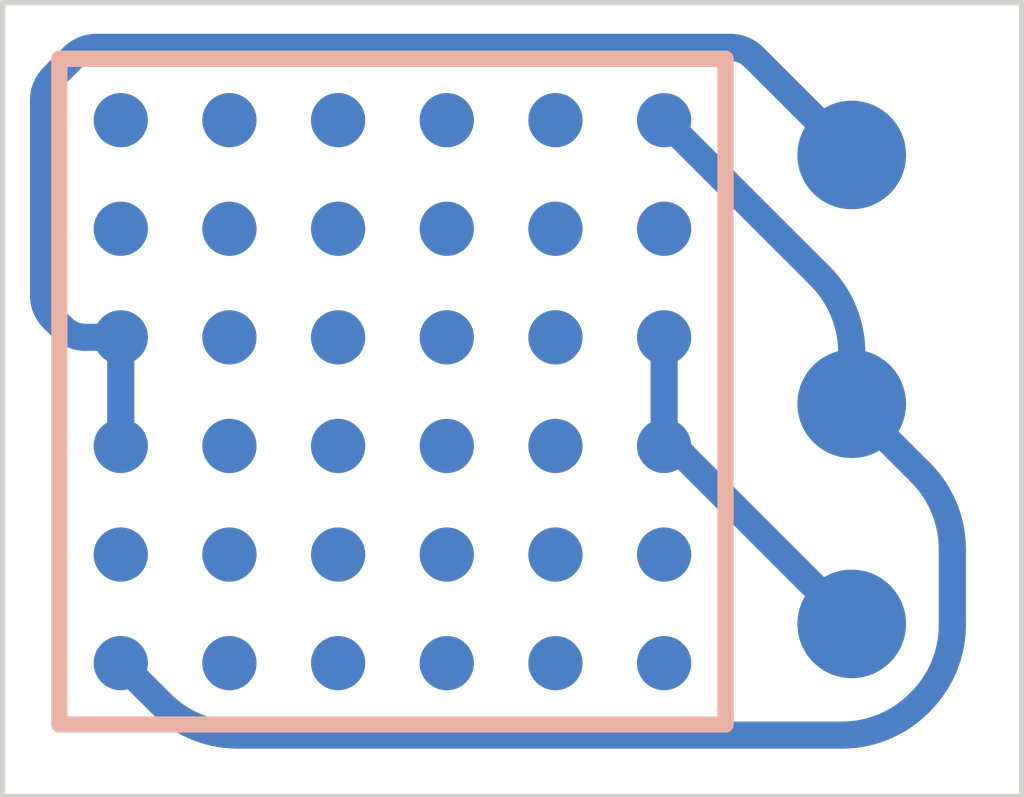
<source format=kicad_pcb>
(kicad_pcb (version 20211014) (generator pcbnew)
  (layers (0 "F.Cu" signal) (31 "B.Cu" signal) (34 "B.Paste" user) (35 "F.Paste" user) (36 "B.SilkS" user "B.Silkscreen") (37 "F.SilkS" user "F.Silkscreen") (38 "B.Mask" user) (39 "F.Mask" user) (44 "Edge.Cuts" user))
  (net 0 "")
  (net 1 "/Catode")
  (net 2 "/Fast")
  (net 3 "/Anode")
  (footprint "lib:FJ60035" (layer "B.Cu") (at 28.74772 46.8376)
    (fp_text reference "D1" hide)
    (fp_text value "FJ60035" hide)
    (fp_line (start -3.065 -3.065) (end -3.065 3.065) (layer "B.SilkS") (width 0.15))
    (fp_line (start -3.065 3.065) (end 3.065 3.065) (layer "B.SilkS") (width 0.15))
    (fp_line (start 3.065 -3.065) (end -3.065 -3.065) (layer "B.SilkS") (width 0.15))
    (fp_line (start 3.065 3.065) (end 3.065 -3.065) (layer "B.SilkS") (width 0.15))
    (pad "A1" smd circle (at -2.5 2.5) (size 0.5 0.5) (layers "B.Cu" "B.Paste" "B.Mask") (net 1 "/Catode"))
    (pad "A2" smd circle (at -1.5 2.5) (size 0.5 0.5) (layers "B.Cu" "B.Paste" "B.Mask"))
    (pad "A3" smd circle (at -0.5 2.5) (size 0.5 0.5) (layers "B.Cu" "B.Paste" "B.Mask"))
    (pad "A4" smd circle (at 0.5 2.5) (size 0.5 0.5) (layers "B.Cu" "B.Paste" "B.Mask"))
    (pad "A5" smd circle (at 1.5 2.5) (size 0.5 0.5) (layers "B.Cu" "B.Paste" "B.Mask"))
    (pad "A6" smd circle (at 2.5 2.5) (size 0.5 0.5) (layers "B.Cu" "B.Paste" "B.Mask"))
    (pad "B1" smd circle (at -2.5 1.5) (size 0.5 0.5) (layers "B.Cu" "B.Paste" "B.Mask"))
    (pad "B2" smd circle (at -1.5 1.5) (size 0.5 0.5) (layers "B.Cu" "B.Paste" "B.Mask"))
    (pad "B3" smd circle (at -0.5 1.5) (size 0.5 0.5) (layers "B.Cu" "B.Paste" "B.Mask"))
    (pad "B4" smd circle (at 0.5 1.5) (size 0.5 0.5) (layers "B.Cu" "B.Paste" "B.Mask"))
    (pad "B5" smd circle (at 1.5 1.5) (size 0.5 0.5) (layers "B.Cu" "B.Paste" "B.Mask"))
    (pad "B6" smd circle (at 2.5 1.5) (size 0.5 0.5) (layers "B.Cu" "B.Paste" "B.Mask"))
    (pad "C1" smd circle (at -2.5 0.5) (size 0.5 0.5) (layers "B.Cu" "B.Paste" "B.Mask") (net 3 "/Anode"))
    (pad "C2" smd circle (at -1.5 0.5) (size 0.5 0.5) (layers "B.Cu" "B.Paste" "B.Mask"))
    (pad "C3" smd circle (at -0.5 0.5) (size 0.5 0.5) (layers "B.Cu" "B.Paste" "B.Mask"))
    (pad "C4" smd circle (at 0.5 0.5) (size 0.5 0.5) (layers "B.Cu" "B.Paste" "B.Mask"))
    (pad "C5" smd circle (at 1.5 0.5) (size 0.5 0.5) (layers "B.Cu" "B.Paste" "B.Mask"))
    (pad "C6" smd circle (at 2.5 0.5) (size 0.5 0.5) (layers "B.Cu" "B.Paste" "B.Mask") (net 2 "/Fast"))
    (pad "D1" smd circle (at -2.5 -0.5) (size 0.5 0.5) (layers "B.Cu" "B.Paste" "B.Mask") (net 3 "/Anode"))
    (pad "D2" smd circle (at -1.5 -0.5) (size 0.5 0.5) (layers "B.Cu" "B.Paste" "B.Mask"))
    (pad "D3" smd circle (at -0.5 -0.5) (size 0.5 0.5) (layers "B.Cu" "B.Paste" "B.Mask"))
    (pad "D4" smd circle (at 0.5 -0.5) (size 0.5 0.5) (layers "B.Cu" "B.Paste" "B.Mask"))
    (pad "D5" smd circle (at 1.5 -0.5) (size 0.5 0.5) (layers "B.Cu" "B.Paste" "B.Mask"))
    (pad "D6" smd circle (at 2.5 -0.5) (size 0.5 0.5) (layers "B.Cu" "B.Paste" "B.Mask") (net 2 "/Fast"))
    (pad "E1" smd circle (at -2.5 -1.5) (size 0.5 0.5) (layers "B.Cu" "B.Paste" "B.Mask"))
    (pad "E2" smd circle (at -1.5 -1.5) (size 0.5 0.5) (layers "B.Cu" "B.Paste" "B.Mask"))
    (pad "E3" smd circle (at -0.5 -1.5) (size 0.5 0.5) (layers "B.Cu" "B.Paste" "B.Mask"))
    (pad "E4" smd circle (at 0.5 -1.5) (size 0.5 0.5) (layers "B.Cu" "B.Paste" "B.Mask"))
    (pad "E5" smd circle (at 1.5 -1.5) (size 0.5 0.5) (layers "B.Cu" "B.Paste" "B.Mask"))
    (pad "E6" smd circle (at 2.5 -1.5) (size 0.5 0.5) (layers "B.Cu" "B.Paste" "B.Mask"))
    (pad "F1" smd circle (at -2.5 -2.5) (size 0.5 0.5) (layers "B.Cu" "B.Paste" "B.Mask"))
    (pad "F2" smd circle (at -1.5 -2.5) (size 0.5 0.5) (layers "B.Cu" "B.Paste" "B.Mask"))
    (pad "F3" smd circle (at -0.5 -2.5) (size 0.5 0.5) (layers "B.Cu" "B.Paste" "B.Mask"))
    (pad "F4" smd circle (at 0.5 -2.5) (size 0.5 0.5) (layers "B.Cu" "B.Paste" "B.Mask"))
    (pad "F5" smd circle (at 1.5 -2.5) (size 0.5 0.5) (layers "B.Cu" "B.Paste" "B.Mask"))
    (pad "F6" smd circle (at 2.5 -2.5) (size 0.5 0.5) (layers "B.Cu" "B.Paste" "B.Mask") (net 1 "/Catode"))
  )
  (footprint "lib:conn_mini" (layer "B.Cu") (at 32.97428 46.94936)
    (fp_text reference "J1" hide)
    (fp_text value "Conn" hide)
    (pad "1" smd circle (at 0 0) (size 1 1) (layers "B.Cu" "B.Paste" "B.Mask") (net 1 "/Catode"))
  )
  (footprint "lib:conn_mini" (layer "B.Cu") (at 32.97428 44.65828)
    (fp_text reference "J2" hide)
    (fp_text value "Conn" hide)
    (pad "1" smd circle (at 0 0) (size 1 1) (layers "B.Cu" "B.Paste" "B.Mask") (net 3 "/Anode"))
  )
  (footprint "lib:conn_mini" (layer "B.Cu") (at 32.97428 48.97628)
    (fp_text reference "J3" hide)
    (fp_text value "Conn" hide)
    (pad "1" smd circle (at 0 0) (size 1 1) (layers "B.Cu" "B.Paste" "B.Mask") (net 2 "/Fast"))
  )
  (gr_line (start 34.53892 43.2562) (end 34.53892 50.56632) (layer "Edge.Cuts") (width 0.05))
  (gr_line (start 34.53892 50.56632) (end 25.16124 50.56632) (layer "Edge.Cuts") (width 0.05))
  (gr_line (start 25.16124 50.56632) (end 25.16124 43.2562) (layer "Edge.Cuts") (width 0.05))
  (gr_line (start 25.16124 43.2562) (end 34.53892 43.2562) (layer "Edge.Cuts") (width 0.05))
  (segment (start 33.9 48.985786) (end 33.9 48.289294) (width 0.25) (layer "B.Cu") (net 1))
  (segment (start 31.24772 44.3376) (end 32.681387 45.771267) (width 0.25) (layer "B.Cu") (net 1))
  (segment (start 32.97428 46.478374) (end 32.97428 46.94936) (width 0.25) (layer "B.Cu") (net 1))
  (segment (start 27.324334 50) (end 32.885786 50) (width 0.25) (layer "B.Cu") (net 1))
  (segment (start 33.607107 47.582187) (end 32.97428 46.94936) (width 0.25) (layer "B.Cu") (net 1))
  (segment (start 33.592893 49.707107) (end 33.607107 49.692893) (width 0.25) (layer "B.Cu") (net 1))
  (segment (start 26.24772 49.3376) (end 26.617227 49.707107) (width 0.25) (layer "B.Cu") (net 1))
  (arc (start 33.9 48.985786) (mid 33.82388 49.368469) (end 33.607107 49.692893) (width 0.25) (layer "B.Cu") (net 1))
  (arc (start 33.607107 47.582187) (mid 33.82388 47.90661) (end 33.9 48.289294) (width 0.25) (layer "B.Cu") (net 1))
  (arc (start 26.617227 49.707107) (mid 26.94165 49.92388) (end 27.324334 50) (width 0.25) (layer "B.Cu") (net 1))
  (arc (start 33.592893 49.707107) (mid 33.26847 49.92388) (end 32.885786 50) (width 0.25) (layer "B.Cu") (net 1))
  (arc (start 32.681387 45.771267) (mid 32.89816 46.09569) (end 32.97428 46.478374) (width 0.25) (layer "B.Cu") (net 1))
  (segment (start 31.24772 47.3376) (end 31.3356 47.3376) (width 0.25) (layer "B.Cu") (net 2))
  (segment (start 31.3356 47.3376) (end 32.97428 48.97628) (width 0.25) (layer "B.Cu") (net 2))
  (segment (start 31.24772 46.3376) (end 31.24772 47.3376) (width 0.25) (layer "B.Cu") (net 2))
  (segment (start 26.24772 47.3376) (end 26.24772 46.3376) (width 0.25) (layer "B.Cu") (net 3))
  (segment (start 26.18892 46.2788) (end 26.24772 46.3376) (width 0.25) (layer "B.Cu") (net 3))
  (segment (start 25.711292 46.249732) (end 25.625028 46.163468) (width 0.25) (layer "B.Cu") (net 3))
  (segment (start 25.53716 45.951336) (end 25.53716 44.152624) (width 0.25) (layer "B.Cu") (net 3))
  (segment (start 26.24772 46.3376) (end 25.923424 46.3376) (width 0.25) (layer "B.Cu") (net 3))
  (segment (start 26.022104 43.66768) (end 31.859416 43.66768) (width 0.25) (layer "B.Cu") (net 3))
  (segment (start 32.071548 43.755548) (end 32.97428 44.65828) (width 0.25) (layer "B.Cu") (net 3))
  (segment (start 25.625028 43.940492) (end 25.809972 43.755548) (width 0.25) (layer "B.Cu") (net 3))
  (arc (start 25.809972 43.755548) (mid 25.907299 43.690516) (end 26.022104 43.66768) (width 0.25) (layer "B.Cu") (net 3))
  (arc (start 25.923424 46.3376) (mid 25.808619 46.314764) (end 25.711292 46.249732) (width 0.25) (layer "B.Cu") (net 3))
  (arc (start 32.071548 43.755548) (mid 31.974221 43.690516) (end 31.859416 43.66768) (width 0.25) (layer "B.Cu") (net 3))
  (arc (start 25.625028 46.163468) (mid 25.559996 46.066141) (end 25.53716 45.951336) (width 0.25) (layer "B.Cu") (net 3))
  (arc (start 25.53716 44.152624) (mid 25.559996 44.037819) (end 25.625028 43.940492) (width 0.25) (layer "B.Cu") (net 3))
)
</source>
